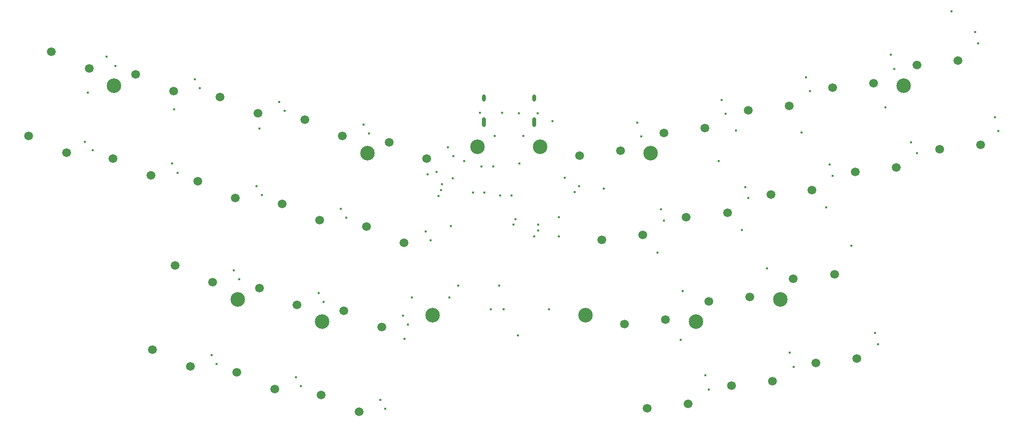
<source format=gbr>
%TF.GenerationSoftware,KiCad,Pcbnew,7.0.8*%
%TF.CreationDate,2024-02-21T20:33:03-06:00*%
%TF.ProjectId,rattlemebones32,72617474-6c65-46d6-9562-6f6e65733332,rev?*%
%TF.SameCoordinates,Original*%
%TF.FileFunction,Plated,1,2,PTH,Mixed*%
%TF.FilePolarity,Positive*%
%FSLAX46Y46*%
G04 Gerber Fmt 4.6, Leading zero omitted, Abs format (unit mm)*
G04 Created by KiCad (PCBNEW 7.0.8) date 2024-02-21 20:33:03*
%MOMM*%
%LPD*%
G01*
G04 APERTURE LIST*
%TA.AperFunction,ViaDrill*%
%ADD10C,0.400000*%
%TD*%
G04 aperture for slot hole*
%TA.AperFunction,ComponentDrill*%
%ADD11O,0.600000X1.200000*%
%TD*%
G04 aperture for slot hole*
%TA.AperFunction,ComponentDrill*%
%ADD12O,0.600000X1.700000*%
%TD*%
%TA.AperFunction,ComponentDrill*%
%ADD13C,1.500000*%
%TD*%
%TA.AperFunction,ComponentDrill*%
%ADD14C,2.500000*%
%TD*%
G04 APERTURE END LIST*
D10*
X52520245Y-76597957D03*
X53043122Y-68092510D03*
X53899331Y-77971173D03*
X56231057Y-61928011D03*
X57781616Y-63482284D03*
X67504334Y-80322528D03*
X67790828Y-71008869D03*
X68388216Y-81853458D03*
X71386621Y-65833639D03*
X72270504Y-67364571D03*
X74228649Y-113182587D03*
X75112534Y-114713518D03*
X78110936Y-98693700D03*
X78994819Y-100224630D03*
X81993222Y-84204813D03*
X82438322Y-74299226D03*
X82877106Y-85735744D03*
X85875506Y-69715924D03*
X86759389Y-71246856D03*
X88717537Y-117064873D03*
X89601420Y-118595804D03*
X92599822Y-102575986D03*
X93483705Y-104106917D03*
X96482109Y-88087099D03*
X97365992Y-89618030D03*
X100364395Y-73598211D03*
X101248277Y-75129142D03*
X103206426Y-120947159D03*
X104090307Y-122478088D03*
X107088711Y-106458270D03*
X107325547Y-110404017D03*
X107955358Y-107959348D03*
X108597461Y-103322351D03*
X110970995Y-91969383D03*
X111386902Y-82172764D03*
X111854879Y-93500315D03*
X112843403Y-81696185D03*
X113206537Y-85862202D03*
X113592126Y-84845937D03*
X113841064Y-83865631D03*
X114853283Y-77480497D03*
X115097461Y-103322351D03*
X115327452Y-91052341D03*
X115678181Y-82804971D03*
X115719928Y-78981571D03*
X116597460Y-101322351D03*
X117597460Y-79822351D03*
X119097460Y-85322350D03*
X120347460Y-71572351D03*
X120574227Y-80822351D03*
X121097462Y-85322351D03*
X122148658Y-105310531D03*
X122597462Y-80822351D03*
X122847461Y-75522352D03*
X123597463Y-101322351D03*
X123824157Y-85810530D03*
X124097460Y-71572351D03*
X124343403Y-105310531D03*
X125773157Y-85810532D03*
X126097460Y-90822351D03*
X126383015Y-89858454D03*
X126843403Y-109822352D03*
X127047460Y-71672349D03*
X127097460Y-80322351D03*
X127797460Y-75522353D03*
X129597461Y-92822350D03*
X130247460Y-71672352D03*
X130343403Y-90810530D03*
X130343403Y-91810531D03*
X132148657Y-105310532D03*
X132786865Y-72987446D03*
X133843403Y-89488872D03*
X133843403Y-92810531D03*
X134892092Y-82776114D03*
X136571393Y-85179646D03*
X137341582Y-84190327D03*
X141588537Y-84585364D03*
X147345103Y-73227683D03*
X147992150Y-75642497D03*
X150765923Y-95604791D03*
X151356798Y-88199533D03*
X151874436Y-90131385D03*
X154777621Y-110576640D03*
X155109674Y-102205458D03*
X158991960Y-116694345D03*
X159639007Y-119109159D03*
X161319760Y-79835946D03*
X161833990Y-69345397D03*
X162481038Y-71760212D03*
X164274540Y-74589952D03*
X165254811Y-91722505D03*
X165845685Y-84317247D03*
X166363323Y-86249099D03*
X169598561Y-98323172D03*
X173480847Y-112812059D03*
X174127895Y-115226874D03*
X175549829Y-74987735D03*
X176322877Y-65463111D03*
X176969925Y-67877926D03*
X179743700Y-87840219D03*
X180334573Y-80434962D03*
X180852211Y-82366813D03*
X184087449Y-94440886D03*
X188099144Y-109412736D03*
X188616782Y-111344588D03*
X189909305Y-70622487D03*
X190811765Y-61580826D03*
X191458812Y-63995640D03*
X194340497Y-76682086D03*
X195341098Y-78484528D03*
X201238189Y-54128331D03*
X205300652Y-57698540D03*
X205818290Y-59630392D03*
X208699975Y-72316837D03*
X209347022Y-74731652D03*
D11*
%TO.C,J1*%
X120978657Y-68997826D03*
D12*
X120978657Y-73177826D03*
D11*
X129618657Y-68997826D03*
D12*
X129618657Y-73177826D03*
D13*
%TO.C,SW9*%
X42876461Y-75587016D03*
%TO.C,SW1*%
X46758745Y-61098128D03*
%TO.C,SW9*%
X49366182Y-78412971D03*
%TO.C,SW1*%
X53248466Y-63924083D03*
%TO.C,SW13*%
X57365345Y-79469297D03*
%TO.C,SW3*%
X61247631Y-64980414D03*
%TO.C,SW13*%
X63855066Y-82295252D03*
%TO.C,SW27*%
X64089665Y-112329361D03*
%TO.C,SW3*%
X67737352Y-67806369D03*
%TO.C,SW21*%
X67971947Y-97840474D03*
%TO.C,SW27*%
X70579386Y-115155316D03*
%TO.C,SW15*%
X71854235Y-83351586D03*
%TO.C,SW21*%
X74461668Y-100666429D03*
%TO.C,SW5*%
X75736522Y-68862699D03*
%TO.C,SW15*%
X78343956Y-86177541D03*
%TO.C,SW29*%
X78578551Y-116211645D03*
%TO.C,SW5*%
X82226243Y-71688654D03*
%TO.C,SW23*%
X82460839Y-101722760D03*
%TO.C,SW29*%
X85068272Y-119037600D03*
%TO.C,SW17*%
X86343123Y-87233873D03*
%TO.C,SW23*%
X88950560Y-104548715D03*
%TO.C,SW7*%
X90225408Y-72744984D03*
%TO.C,SW17*%
X92832844Y-90059828D03*
%TO.C,SW31*%
X93067440Y-120093931D03*
%TO.C,SW7*%
X96715129Y-75570939D03*
%TO.C,SW25*%
X96949722Y-105605045D03*
%TO.C,SW31*%
X99557161Y-122919886D03*
%TO.C,SW19*%
X100832010Y-91116158D03*
%TO.C,SW25*%
X103439443Y-108431000D03*
%TO.C,SW11*%
X104714296Y-76627270D03*
%TO.C,SW19*%
X107321731Y-93942113D03*
%TO.C,SW11*%
X111204017Y-79453225D03*
%TO.C,SW12*%
X137382624Y-78904879D03*
%TO.C,SW20*%
X141264907Y-93393765D03*
%TO.C,SW12*%
X144415865Y-78107368D03*
%TO.C,SW26*%
X145147196Y-107882652D03*
%TO.C,SW20*%
X148298148Y-92596254D03*
%TO.C,SW32*%
X149029481Y-122371541D03*
%TO.C,SW8*%
X151871513Y-75022589D03*
%TO.C,SW26*%
X152180437Y-107085141D03*
%TO.C,SW18*%
X155753796Y-89511480D03*
%TO.C,SW32*%
X156062722Y-121574030D03*
%TO.C,SW8*%
X158904754Y-74225078D03*
%TO.C,SW24*%
X159636082Y-104000368D03*
%TO.C,SW18*%
X162787037Y-88713969D03*
%TO.C,SW30*%
X163518370Y-118489251D03*
%TO.C,SW6*%
X166360398Y-71140305D03*
%TO.C,SW24*%
X166669323Y-103202857D03*
%TO.C,SW16*%
X170242684Y-85629194D03*
%TO.C,SW30*%
X170551611Y-117691740D03*
%TO.C,SW6*%
X173393639Y-70342794D03*
%TO.C,SW22*%
X174124972Y-100118081D03*
%TO.C,SW16*%
X177275925Y-84831683D03*
%TO.C,SW28*%
X178007257Y-114606968D03*
%TO.C,SW4*%
X180849289Y-67258021D03*
%TO.C,SW22*%
X181158213Y-99320570D03*
%TO.C,SW14*%
X184731570Y-81746908D03*
%TO.C,SW28*%
X185040498Y-113809457D03*
%TO.C,SW4*%
X187882530Y-66460510D03*
%TO.C,SW14*%
X191764811Y-80949397D03*
%TO.C,SW2*%
X195338172Y-63375736D03*
%TO.C,SW10*%
X199220458Y-77864619D03*
%TO.C,SW2*%
X202371413Y-62578225D03*
%TO.C,SW10*%
X206253699Y-77067108D03*
D14*
%TO.C,H1*%
X57528597Y-66874629D03*
%TO.C,H3*%
X78741800Y-103616976D03*
%TO.C,H4*%
X93230688Y-107499259D03*
%TO.C,H2*%
X100995261Y-78521484D03*
%TO.C,H11*%
X112170265Y-106362448D03*
%TO.C,H9*%
X119934838Y-77384672D03*
%TO.C,H10*%
X130662280Y-77384675D03*
%TO.C,H12*%
X138426851Y-106362450D03*
%TO.C,H5*%
X149601863Y-78521484D03*
%TO.C,H7*%
X157366430Y-107499261D03*
%TO.C,H8*%
X171855319Y-103616976D03*
%TO.C,H6*%
X193068522Y-66874628D03*
M02*

</source>
